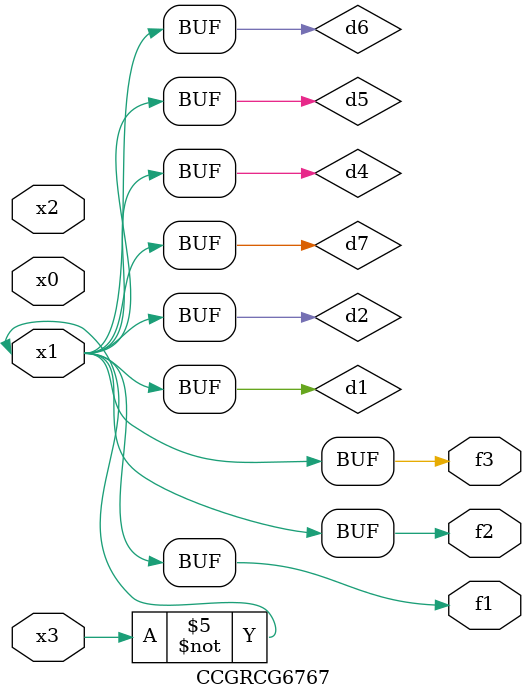
<source format=v>
module CCGRCG6767(
	input x0, x1, x2, x3,
	output f1, f2, f3
);

	wire d1, d2, d3, d4, d5, d6, d7;

	not (d1, x3);
	buf (d2, x1);
	xnor (d3, d1, d2);
	nor (d4, d1);
	buf (d5, d1, d2);
	buf (d6, d4, d5);
	nand (d7, d4);
	assign f1 = d6;
	assign f2 = d7;
	assign f3 = d6;
endmodule

</source>
